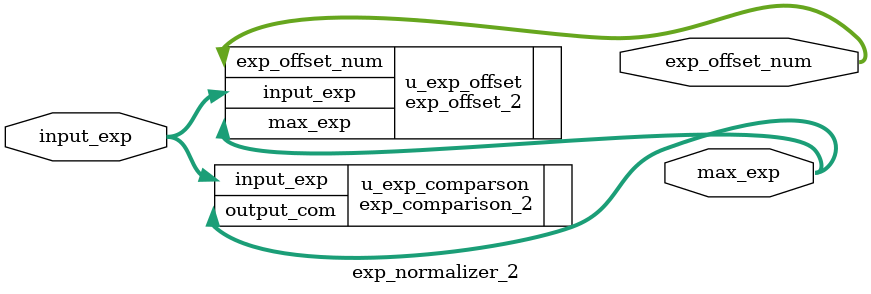
<source format=v>
module exp_normalizer_2 #(  //8LUT
  parameter expWidth = 3
) (
  input  [(expWidth*2-1):0] input_exp,
  output [(expWidth - 1):0] max_exp,
  output [(expWidth*2-1):0] exp_offset_num
);
  exp_comparison_2 #(
    .expWidth(expWidth)
  ) u_exp_comparson (
    .input_exp (input_exp),
    .output_com(max_exp)
  );
  exp_offset_2 #(
    .expWidth(expWidth)
  ) u_exp_offset (
    .input_exp     (input_exp),
    .max_exp       (max_exp),
    .exp_offset_num(exp_offset_num)
  );
endmodule

</source>
